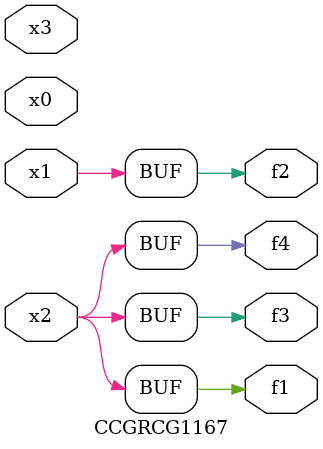
<source format=v>
module CCGRCG1167(
	input x0, x1, x2, x3,
	output f1, f2, f3, f4
);
	assign f1 = x2;
	assign f2 = x1;
	assign f3 = x2;
	assign f4 = x2;
endmodule

</source>
